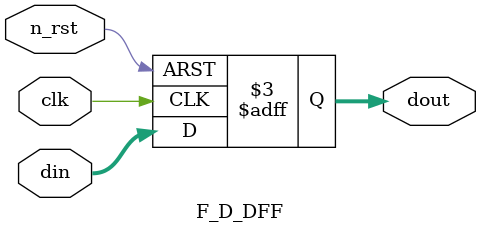
<source format=sv>
module F_D_DFF #(
    parameter WIDTH = 32,
    parameter RESET_VALUE = 0
)
(
    clk,
    n_rst,
    din,
    dout
);
    input clk;
    input n_rst;
    input [WIDTH-1:0]din;
    
    output reg[WIDTH-1:0]dout;

always@(posedge clk or negedge n_rst)
begin
    if(!n_rst) 
    begin
        dout <= RESET_VALUE;
    end
    else 
    begin
        dout <= din;
    end
end

endmodule
</source>
